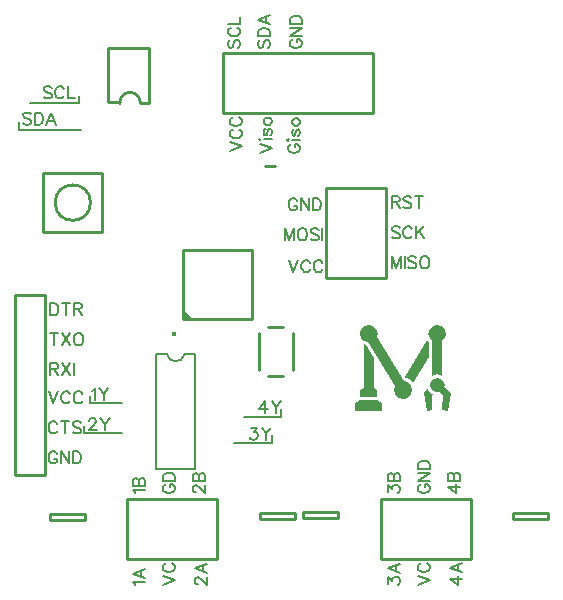
<source format=gto>
G04 DipTrace 3.0.0.1*
G04 drive-encoder-steven-version2.GTO*
%MOIN*%
G04 #@! TF.FileFunction,Legend,Top*
G04 #@! TF.Part,Single*
%ADD10C,0.009843*%
%ADD16C,0.006*%
%ADD23O,0.016422X0.016542*%
%ADD27C,0.005906*%
%ADD60C,0.006176*%
%FSLAX26Y26*%
G04*
G70*
G90*
G75*
G01*
G04 TopSilk*
%LPD*%
X1259831Y1802572D2*
D10*
X1291327D1*
X541356Y623237D2*
X659492D1*
Y642882D1*
X541356D1*
Y623237D1*
X1241436Y628519D2*
X1359572D1*
Y648164D1*
X1241436D1*
Y628519D1*
X2085268D2*
X2203404D1*
Y648164D1*
X2085268D1*
Y628519D1*
X1385194Y629488D2*
X1503331D1*
Y649133D1*
X1385194D1*
Y629488D1*
X425236Y775285D2*
X525238D1*
Y1375230D1*
X425236D1*
Y775285D1*
X1100587Y494045D2*
X800587D1*
Y694045D1*
X1100587D1*
Y494045D1*
X1944425D2*
X1644425D1*
Y694045D1*
X1944425D1*
Y494045D1*
X1463089Y1431597D2*
X1663089D1*
Y1731597D1*
X1463089D1*
Y1431597D1*
X1119000Y2181503D2*
X1619000D1*
Y1981503D1*
X1119000D1*
Y2181503D1*
X519799Y1583441D2*
X716637D1*
Y1780326D1*
X519799D1*
Y1583441D1*
X559171Y1681883D2*
G02X559171Y1681883I59046J0D01*
G01*
X986103Y1295300D2*
X1214466D1*
Y1523624D1*
X986103D1*
Y1295300D1*
D23*
X954988Y1243647D3*
G36*
X986103Y1295300D2*
X1017596D1*
X986103Y1326793D1*
Y1295300D1*
G37*
X735789Y2016930D2*
D10*
X776723D1*
X736966Y2017920D2*
Y2198233D1*
X873175D1*
Y2015746D1*
X841107D1*
X843268Y2014756D2*
G03X774562Y2012601I-34403J505D01*
G01*
X1026455Y1176480D2*
D27*
Y792622D1*
X896530D1*
Y1176480D1*
X1026455D2*
X991031D1*
X896530D2*
X931953D1*
X991031D2*
G02X931953Y1176480I-29539J6677D01*
G01*
G36*
X1559407Y988596D2*
Y1012596D1*
X1576407Y1022596D1*
X1633407D1*
X1650407Y1012596D1*
Y988596D1*
D1*
X1559407D1*
G37*
G36*
X1576407Y1034596D2*
Y1056596D1*
X1587407Y1063596D1*
Y1209596D1*
X1595407Y1207596D1*
X1622407Y1164596D1*
Y1063596D1*
X1633407Y1056596D1*
Y1034596D1*
X1576407D1*
G37*
G36*
X1602407Y1216596D2*
X1590407Y1220596D1*
X1579407Y1230596D1*
X1575407Y1245596D1*
X1579407Y1260596D1*
X1590407Y1271596D1*
X1604407Y1275596D1*
X1619407Y1271596D1*
X1630407Y1260596D1*
X1634407Y1245596D1*
X1631407Y1234596D1*
X1722407Y1086596D1*
X1734407Y1082596D1*
X1745407Y1071596D1*
X1749407Y1056596D1*
X1745407Y1042596D1*
X1734407Y1031596D1*
X1719407Y1027596D1*
X1704407Y1031596D1*
X1693407Y1042596D1*
X1689407Y1057596D1*
X1692407Y1069596D1*
X1602407Y1216596D1*
G37*
G36*
X1725407Y1101596D2*
X1728407Y1096596D1*
X1741407Y1092596D1*
X1752407Y1079596D1*
X1805407Y1167596D1*
Y1218596D1*
X1799407Y1223596D1*
D1*
X1725407Y1101596D1*
G37*
G36*
X1816407Y1222596D2*
X1808407Y1230596D1*
X1803407Y1245596D1*
X1807407Y1260596D1*
X1818407Y1271596D1*
X1833407Y1275596D1*
X1848407Y1271596D1*
X1859407Y1260596D1*
X1863407Y1245596D1*
X1859407Y1231596D1*
X1850407Y1222596D1*
Y1105596D1*
X1833407Y1110596D1*
X1816407Y1105596D1*
Y1222596D1*
G37*
G36*
X1802407Y1062596D2*
X1803407Y1057596D1*
X1815407Y1044596D1*
X1819407Y1043596D1*
X1816407Y1040596D1*
Y991596D1*
X1799407Y988596D1*
X1787407Y1048596D1*
X1802407Y1062596D1*
G37*
G36*
X1813407Y1086596D2*
X1810407Y1074596D1*
X1813407Y1062596D1*
X1822407Y1053596D1*
X1833407Y1050596D1*
X1839407Y1052596D1*
X1851407Y1039596D1*
X1850407Y991596D1*
X1868407Y988596D1*
X1879407Y1048596D1*
X1856407Y1071596D1*
X1857407Y1075596D1*
X1854407Y1085596D1*
X1845407Y1094596D1*
X1833407Y1097596D1*
X1821407Y1094596D1*
X1813407Y1086596D1*
G37*
X1269365Y1103841D2*
D10*
X1319360D1*
X1269365Y1266341D2*
X1319360D1*
X1238112Y1122593D2*
Y1247588D1*
X1350612Y1122593D2*
Y1247588D1*
X438022Y1925429D2*
D16*
X644294D1*
X475526Y2012938D2*
X638043D1*
X438022Y1950432D2*
Y1925429D1*
X638043Y2037941D2*
Y2012938D1*
X656795Y912823D2*
X781808D1*
X656795Y937825D2*
Y912823D1*
X675547Y1012833D2*
X781808D1*
X675547Y1037836D2*
Y1012833D1*
X1281861Y881570D2*
X1156848D1*
X1281861Y906572D2*
Y881570D1*
X1313114Y969079D2*
X1188101D1*
X1313114Y994081D2*
Y969079D1*
X1141328Y2224440D2*
D60*
X1137481Y2220638D1*
X1135580Y2214890D1*
Y2207241D1*
X1137481Y2201492D1*
X1141328Y2197646D1*
X1145131D1*
X1148977Y2199591D1*
X1150879Y2201492D1*
X1152780Y2205295D1*
X1156627Y2216791D1*
X1158528Y2220638D1*
X1160474Y2222539D1*
X1164276Y2224440D1*
X1170024D1*
X1173827Y2220638D1*
X1175772Y2214890D1*
Y2207240D1*
X1173827Y2201492D1*
X1170024Y2197646D1*
X1145131Y2265488D2*
X1141328Y2263586D1*
X1137481Y2259740D1*
X1135580Y2255937D1*
Y2248288D1*
X1137481Y2244441D1*
X1141328Y2240638D1*
X1145131Y2238693D1*
X1150879Y2236792D1*
X1160474D1*
X1166177Y2238693D1*
X1170024Y2240638D1*
X1173827Y2244441D1*
X1175772Y2248288D1*
Y2255937D1*
X1173827Y2259740D1*
X1170024Y2263586D1*
X1166177Y2265488D1*
X1135580Y2277839D2*
X1175772D1*
Y2300787D1*
X1241328Y2224442D2*
X1237481Y2220639D1*
X1235580Y2214891D1*
Y2207242D1*
X1237481Y2201494D1*
X1241328Y2197647D1*
X1245131D1*
X1248977Y2199593D1*
X1250879Y2201494D1*
X1252780Y2205296D1*
X1256627Y2216792D1*
X1258528Y2220639D1*
X1260474Y2222540D1*
X1264276Y2224442D1*
X1270024D1*
X1273827Y2220639D1*
X1275772Y2214891D1*
Y2207242D1*
X1273827Y2201494D1*
X1270024Y2197647D1*
X1235580Y2236793D2*
X1275772D1*
Y2250190D1*
X1273827Y2255938D1*
X1270024Y2259785D1*
X1266177Y2261686D1*
X1260474Y2263588D1*
X1250879D1*
X1245131Y2261686D1*
X1241328Y2259785D1*
X1237481Y2255938D1*
X1235580Y2250190D1*
Y2236793D1*
X1275772Y2306580D2*
X1235580Y2291238D1*
X1275772Y2275939D1*
X1262375Y2281687D2*
Y2300832D1*
X1241831Y1847646D2*
X1282023Y1862944D1*
X1241831Y1878243D1*
Y1890594D2*
X1243732Y1892496D1*
X1241831Y1894441D1*
X1239885Y1892496D1*
X1241831Y1890594D1*
X1255228Y1892496D2*
X1282023Y1892495D1*
X1260976Y1927839D2*
X1257129Y1925938D1*
X1255228Y1920190D1*
Y1914442D1*
X1257129Y1908694D1*
X1260976Y1906792D1*
X1264779Y1908694D1*
X1266724Y1912540D1*
X1268625Y1922091D1*
X1270527Y1925938D1*
X1274373Y1927839D1*
X1276275D1*
X1280077Y1925938D1*
X1282023Y1920190D1*
Y1914442D1*
X1280077Y1908694D1*
X1276275Y1906792D1*
X1255228Y1949741D2*
X1257129Y1945938D1*
X1260976Y1942092D1*
X1266724Y1940190D1*
X1270527D1*
X1276275Y1942092D1*
X1280077Y1945938D1*
X1282023Y1949741D1*
Y1955489D1*
X1280077Y1959336D1*
X1276275Y1963138D1*
X1270527Y1965084D1*
X1266724D1*
X1260976Y1963138D1*
X1257129Y1959336D1*
X1255228Y1955489D1*
Y1949741D1*
X1351380Y2226342D2*
X1347578Y2224440D1*
X1343731Y2220594D1*
X1341829Y2216791D1*
Y2209142D1*
X1343731Y2205295D1*
X1347577Y2201492D1*
X1351380Y2199547D1*
X1357128Y2197646D1*
X1366723D1*
X1372427Y2199547D1*
X1376273Y2201492D1*
X1380076Y2205295D1*
X1382021Y2209142D1*
Y2216791D1*
X1380076Y2220594D1*
X1376273Y2224440D1*
X1372427Y2226342D1*
X1366723D1*
Y2216791D1*
X1341829Y2265488D2*
X1382021D1*
X1341829Y2238693D1*
X1382021D1*
X1341829Y2277839D2*
X1382021D1*
Y2291236D1*
X1380076Y2296984D1*
X1376273Y2300831D1*
X1372427Y2302732D1*
X1366723Y2304634D1*
X1357128D1*
X1351380Y2302732D1*
X1347578Y2300831D1*
X1343731Y2296984D1*
X1341829Y2291236D1*
Y2277839D1*
X1345131Y1876342D2*
X1341328Y1874440D1*
X1337481Y1870594D1*
X1335580Y1866791D1*
Y1859142D1*
X1337481Y1855295D1*
X1341328Y1851492D1*
X1345131Y1849547D1*
X1350879Y1847646D1*
X1360473D1*
X1366177Y1849547D1*
X1370024Y1851492D1*
X1373827Y1855295D1*
X1375772Y1859142D1*
Y1866791D1*
X1373827Y1870594D1*
X1370024Y1874440D1*
X1366177Y1876342D1*
X1360474D1*
Y1866791D1*
X1335580Y1888693D2*
X1337481Y1890594D1*
X1335580Y1892540D1*
X1333635Y1890594D1*
X1335580Y1888693D1*
X1348977Y1890594D2*
X1375772D1*
X1354725Y1925938D2*
X1350879Y1924036D1*
X1348977Y1918288D1*
Y1912540D1*
X1350879Y1906792D1*
X1354726Y1904891D1*
X1358528Y1906792D1*
X1360474Y1910639D1*
X1362375Y1920190D1*
X1364276Y1924036D1*
X1368123Y1925938D1*
X1370024D1*
X1373827Y1924036D1*
X1375772Y1918288D1*
Y1912540D1*
X1373827Y1906792D1*
X1370024Y1904891D1*
X1348977Y1947840D2*
X1350879Y1944037D1*
X1354725Y1940190D1*
X1360474Y1938289D1*
X1364276D1*
X1370024Y1940190D1*
X1373827Y1944037D1*
X1375772Y1947840D1*
Y1953588D1*
X1373827Y1957434D1*
X1370024Y1961237D1*
X1364276Y1963183D1*
X1360474D1*
X1354725Y1961237D1*
X1350879Y1957435D1*
X1348977Y1953588D1*
Y1947840D1*
X1141831Y1853896D2*
X1182023Y1869195D1*
X1141831Y1884494D1*
X1151381Y1925541D2*
X1147579Y1923640D1*
X1143732Y1919793D1*
X1141831Y1915990D1*
Y1908341D1*
X1143732Y1904494D1*
X1147579Y1900692D1*
X1151381Y1898746D1*
X1157129Y1896845D1*
X1166724D1*
X1172428Y1898746D1*
X1176275Y1900692D1*
X1180077Y1904494D1*
X1182023Y1908341D1*
Y1915990D1*
X1180077Y1919793D1*
X1176275Y1923640D1*
X1172428Y1925541D1*
X1151381Y1966588D2*
X1147579Y1964687D1*
X1143732Y1960840D1*
X1141831Y1957038D1*
Y1949388D1*
X1143732Y1945542D1*
X1147579Y1941739D1*
X1151381Y1939793D1*
X1157129Y1937892D1*
X1166724D1*
X1172428Y1939793D1*
X1176275Y1941739D1*
X1180077Y1945542D1*
X1182023Y1949388D1*
Y1957038D1*
X1180077Y1960840D1*
X1176275Y1964687D1*
X1172428Y1966588D1*
X547695Y2063849D2*
X543892Y2067696D1*
X538144Y2069597D1*
X530495D1*
X524747Y2067696D1*
X520900Y2063849D1*
Y2060047D1*
X522846Y2056200D1*
X524747Y2054298D1*
X528549Y2052397D1*
X540046Y2048550D1*
X543892Y2046649D1*
X545794Y2044704D1*
X547695Y2040901D1*
Y2035153D1*
X543892Y2031351D1*
X538144Y2029405D1*
X530495D1*
X524747Y2031351D1*
X520900Y2035153D1*
X588742Y2060047D2*
X586841Y2063849D1*
X582994Y2067696D1*
X579192Y2069597D1*
X571542D1*
X567696Y2067696D1*
X563893Y2063849D1*
X561948Y2060047D1*
X560046Y2054298D1*
Y2044704D1*
X561948Y2039000D1*
X563893Y2035153D1*
X567696Y2031351D1*
X571542Y2029405D1*
X579192D1*
X582994Y2031351D1*
X586841Y2035153D1*
X588742Y2039000D1*
X601094Y2069597D2*
Y2029405D1*
X624042D1*
X478938Y1976340D2*
X475135Y1980187D1*
X469387Y1982088D1*
X461738D1*
X455990Y1980187D1*
X452143Y1976340D1*
Y1972537D1*
X454088Y1968691D1*
X455990Y1966789D1*
X459792Y1964888D1*
X471288Y1961041D1*
X475135Y1959140D1*
X477036Y1957195D1*
X478938Y1953392D1*
Y1947644D1*
X475135Y1943841D1*
X469387Y1941896D1*
X461738D1*
X455990Y1943841D1*
X452143Y1947644D1*
X491289Y1982088D2*
Y1941896D1*
X504686D1*
X510434Y1943841D1*
X514281Y1947644D1*
X516182Y1951491D1*
X518084Y1957195D1*
Y1966789D1*
X516182Y1972537D1*
X514281Y1976340D1*
X510434Y1980187D1*
X504686Y1982088D1*
X491289D1*
X561077Y1941896D2*
X545734Y1982088D1*
X530435Y1941896D1*
X536183Y1955293D2*
X555328D1*
X1212319Y931933D2*
X1233322D1*
X1221870Y916635D1*
X1227618D1*
X1231420Y914734D1*
X1233322Y912832D1*
X1235267Y907084D1*
Y903282D1*
X1233322Y897534D1*
X1229519Y893687D1*
X1223771Y891786D1*
X1218023D1*
X1212319Y893687D1*
X1210418Y895632D1*
X1208472Y899435D1*
X1247618Y931978D2*
X1262917Y912832D1*
Y891786D1*
X1278216Y931978D2*
X1262917Y912832D1*
X1258871Y979295D2*
Y1019443D1*
X1239726Y992692D1*
X1268422D1*
X1280773Y1019487D2*
X1296072Y1000341D1*
Y979295D1*
X1311370Y1019487D2*
X1296072Y1000341D1*
X672861Y953636D2*
Y955537D1*
X674763Y959384D1*
X676664Y961285D1*
X680511Y963187D1*
X688160D1*
X691963Y961285D1*
X693864Y959384D1*
X695809Y955537D1*
Y951735D1*
X693864Y947888D1*
X690061Y942184D1*
X670916Y923039D1*
X697711D1*
X710062Y963231D2*
X725361Y944086D1*
Y923039D1*
X740659Y963231D2*
X725361Y944086D1*
X683417Y1055548D2*
X687264Y1057493D1*
X693012Y1063197D1*
Y1023049D1*
X705363Y1063241D2*
X720662Y1044096D1*
Y1023049D1*
X735961Y1063241D2*
X720662Y1044096D1*
X1668581Y718279D2*
Y739281D1*
X1683880Y727829D1*
Y733577D1*
X1685781Y737380D1*
X1687682Y739281D1*
X1693430Y741226D1*
X1697233D1*
X1702981Y739281D1*
X1706828Y735478D1*
X1708729Y729730D1*
Y723982D1*
X1706828Y718279D1*
X1704882Y716377D1*
X1701079Y714432D1*
X1668537Y753578D2*
X1708729D1*
Y770822D1*
X1706783Y776570D1*
X1704882Y778471D1*
X1701080Y780372D1*
X1695331D1*
X1691485Y778471D1*
X1689583Y776570D1*
X1687682Y770822D1*
X1685737Y776570D1*
X1683835Y778471D1*
X1680033Y780372D1*
X1676186D1*
X1672384Y778471D1*
X1670438Y776570D1*
X1668537Y770822D1*
Y753578D1*
X1687682D2*
Y770822D1*
X1778098Y743128D2*
X1774295Y741226D1*
X1770449Y737380D1*
X1768547Y733577D1*
Y725928D1*
X1770449Y722081D1*
X1774295Y718279D1*
X1778098Y716333D1*
X1783846Y714432D1*
X1793441D1*
X1799144Y716333D1*
X1802991Y718279D1*
X1806794Y722081D1*
X1808739Y725928D1*
Y733577D1*
X1806794Y737380D1*
X1802991Y741226D1*
X1799145Y743128D1*
X1793441D1*
Y733577D1*
X1768547Y782274D2*
X1808739D1*
X1768547Y755479D1*
X1808739D1*
X1768547Y794625D2*
X1808739D1*
Y808022D1*
X1806794Y813770D1*
X1802991Y817617D1*
X1799145Y819518D1*
X1793441Y821420D1*
X1783846D1*
X1778098Y819519D1*
X1774295Y817617D1*
X1770449Y813770D1*
X1768547Y808022D1*
Y794625D1*
X1908750Y733577D2*
X1868602D1*
X1895352Y714432D1*
X1895353Y743128D1*
X1868558Y755479D2*
X1908750D1*
Y772723D1*
X1906804Y778471D1*
X1904903Y780372D1*
X1901101Y782274D1*
X1895352D1*
X1891506Y780372D1*
X1889604Y778471D1*
X1887703Y772723D1*
X1885758Y778471D1*
X1883856Y780372D1*
X1880054Y782274D1*
X1876207D1*
X1872405Y780372D1*
X1870459Y778471D1*
X1868558Y772723D1*
Y755479D1*
X1887703D2*
Y772723D1*
X1668581Y411996D2*
Y432999D1*
X1683880Y421547D1*
Y427295D1*
X1685781Y431098D1*
X1687682Y432999D1*
X1693430Y434944D1*
X1697233D1*
X1702981Y432999D1*
X1706828Y429196D1*
X1708729Y423448D1*
Y417700D1*
X1706828Y411996D1*
X1704882Y410095D1*
X1701079Y408150D1*
X1708729Y477937D2*
X1668537Y462594D1*
X1708729Y447296D1*
X1695331Y453044D2*
Y472189D1*
X1768547Y408150D2*
X1808739Y423448D1*
X1768547Y438747D1*
X1778098Y479794D2*
X1774295Y477893D1*
X1770449Y474046D1*
X1768547Y470244D1*
Y462594D1*
X1770449Y458748D1*
X1774295Y454945D1*
X1778098Y452999D1*
X1783846Y451098D1*
X1793441D1*
X1799145Y452999D1*
X1802991Y454945D1*
X1806794Y458747D1*
X1808739Y462594D1*
Y470244D1*
X1806794Y474046D1*
X1802991Y477893D1*
X1799145Y479794D1*
X1915000Y427295D2*
X1874853D1*
X1901603Y408150D1*
Y436846D1*
X1915000Y479838D2*
X1874808Y464496D1*
X1915000Y449197D1*
X1901603Y454945D2*
Y474090D1*
X826141Y714432D2*
X824196Y718279D1*
X818492Y724027D1*
X858640D1*
X818448Y736378D2*
X858640D1*
Y753622D1*
X856694Y759370D1*
X854793Y761271D1*
X850990Y763173D1*
X845242D1*
X841396Y761271D1*
X839494Y759370D1*
X837593Y753622D1*
X835647Y759370D1*
X833746Y761271D1*
X829944Y763173D1*
X826097D1*
X822294Y761271D1*
X820349Y759370D1*
X818448Y753622D1*
Y736378D1*
X837593D2*
Y753622D1*
X928009Y743128D2*
X924206Y741226D1*
X920359Y737380D1*
X918458Y733577D1*
Y725928D1*
X920359Y722081D1*
X924206Y718279D1*
X928009Y716333D1*
X933757Y714432D1*
X943351D1*
X949055Y716333D1*
X952902Y718279D1*
X956705Y722081D1*
X958650Y725928D1*
Y733577D1*
X956705Y737380D1*
X952902Y741226D1*
X949055Y743128D1*
X943351D1*
Y733577D1*
X918458Y755479D2*
X958650D1*
Y768876D1*
X956705Y774624D1*
X952902Y778471D1*
X949055Y780372D1*
X943351Y782274D1*
X933757D1*
X928009Y780372D1*
X924206Y778471D1*
X920359Y774624D1*
X918458Y768876D1*
Y755479D1*
X1028063Y716377D2*
X1026162D1*
X1022315Y718279D1*
X1020414Y720180D1*
X1018513Y724027D1*
Y731676D1*
X1020414Y735478D1*
X1022315Y737380D1*
X1026162Y739325D1*
X1029965D1*
X1033811Y737380D1*
X1039515Y733577D1*
X1058661Y714432D1*
Y741226D1*
X1018469Y753578D2*
X1058661D1*
Y770822D1*
X1056715Y776570D1*
X1054814Y778471D1*
X1051011Y780372D1*
X1045263D1*
X1041416Y778471D1*
X1039515Y776570D1*
X1037614Y770822D1*
X1035668Y776570D1*
X1033767Y778471D1*
X1029965Y780372D1*
X1026118D1*
X1022315Y778471D1*
X1020370Y776570D1*
X1018469Y770822D1*
Y753578D1*
X1037614D2*
Y770822D1*
X826141Y408150D2*
X824196Y411996D1*
X818492Y417744D1*
X858640D1*
Y460737D2*
X818448Y445394D1*
X858640Y430096D1*
X845242Y435844D2*
Y454989D1*
X918458Y408150D2*
X958650Y423448D1*
X918458Y438747D1*
X928009Y479794D2*
X924206Y477893D1*
X920359Y474046D1*
X918458Y470244D1*
Y462594D1*
X920359Y458748D1*
X924206Y454945D1*
X928009Y452999D1*
X933757Y451098D1*
X943351D1*
X949055Y452999D1*
X952902Y454945D1*
X956705Y458747D1*
X958650Y462594D1*
Y470244D1*
X956705Y474046D1*
X952902Y477893D1*
X949055Y479794D1*
X1034314Y410095D2*
X1032413D1*
X1028566Y411996D1*
X1026665Y413898D1*
X1024763Y417744D1*
Y425394D1*
X1026665Y429196D1*
X1028566Y431098D1*
X1032413Y433043D1*
X1036215D1*
X1040062Y431098D1*
X1045766Y427295D1*
X1064911Y408150D1*
Y434944D1*
Y477937D2*
X1024719Y462594D1*
X1064911Y447296D1*
X1051514Y453044D2*
Y472189D1*
X1681303Y1683882D2*
X1698503D1*
X1704251Y1685828D1*
X1706196Y1687729D1*
X1708098Y1691531D1*
Y1695378D1*
X1706196Y1699181D1*
X1704251Y1701126D1*
X1698503Y1703028D1*
X1681303D1*
Y1662836D1*
X1694700Y1683882D2*
X1708098Y1662836D1*
X1747244Y1697280D2*
X1743441Y1701126D1*
X1737693Y1703028D1*
X1730044D1*
X1724296Y1701126D1*
X1720449Y1697280D1*
Y1693477D1*
X1722395Y1689630D1*
X1724296Y1687729D1*
X1728098Y1685828D1*
X1739595Y1681981D1*
X1743441Y1680080D1*
X1745343Y1678134D1*
X1747244Y1674332D1*
Y1668584D1*
X1743441Y1664781D1*
X1737693Y1662836D1*
X1730044D1*
X1724296Y1664781D1*
X1720449Y1668584D1*
X1772993Y1703028D2*
Y1662836D1*
X1759595Y1703028D2*
X1786390D1*
X1708098Y1597269D2*
X1704295Y1601116D1*
X1698547Y1603017D1*
X1690898D1*
X1685150Y1601116D1*
X1681303Y1597269D1*
Y1593466D1*
X1683249Y1589620D1*
X1685150Y1587718D1*
X1688952Y1585817D1*
X1700448Y1581970D1*
X1704295Y1580069D1*
X1706196Y1578124D1*
X1708098Y1574321D1*
Y1568573D1*
X1704295Y1564771D1*
X1698547Y1562825D1*
X1690898D1*
X1685150Y1564771D1*
X1681303Y1568573D1*
X1749145Y1593466D2*
X1747244Y1597269D1*
X1743397Y1601116D1*
X1739595Y1603017D1*
X1731945D1*
X1728098Y1601116D1*
X1724296Y1597269D1*
X1722350Y1593466D1*
X1720449Y1587718D1*
Y1578124D1*
X1722350Y1572420D1*
X1724296Y1568573D1*
X1728098Y1564771D1*
X1731945Y1562825D1*
X1739595D1*
X1743397Y1564771D1*
X1747244Y1568573D1*
X1749145Y1572420D1*
X1761496Y1603017D2*
Y1562825D1*
X1788291Y1603017D2*
X1761496Y1576222D1*
X1771047Y1585817D2*
X1788291Y1562825D1*
X1711900Y1462815D2*
Y1503007D1*
X1696602Y1462815D1*
X1681303Y1503007D1*
Y1462815D1*
X1724252Y1503007D2*
Y1462815D1*
X1763398Y1497259D2*
X1759595Y1501105D1*
X1753847Y1503007D1*
X1746198D1*
X1740450Y1501105D1*
X1736603Y1497259D1*
Y1493456D1*
X1738549Y1489609D1*
X1740450Y1487708D1*
X1744252Y1485807D1*
X1755748Y1481960D1*
X1759595Y1480059D1*
X1761496Y1478113D1*
X1763398Y1474311D1*
Y1468563D1*
X1759595Y1464760D1*
X1753847Y1462815D1*
X1746198D1*
X1740450Y1464760D1*
X1736603Y1468563D1*
X1787245Y1503007D2*
X1783398Y1501105D1*
X1779596Y1497259D1*
X1777650Y1493456D1*
X1775749Y1487708D1*
Y1478113D1*
X1777650Y1472409D1*
X1779596Y1468563D1*
X1783398Y1464760D1*
X1787245Y1462815D1*
X1794895D1*
X1798697Y1464760D1*
X1802544Y1468563D1*
X1804445Y1472409D1*
X1806346Y1478113D1*
Y1487708D1*
X1804445Y1493456D1*
X1802544Y1497259D1*
X1798697Y1501105D1*
X1794895Y1503007D1*
X1787245D1*
X1366213Y1687226D2*
X1364312Y1691029D1*
X1360465Y1694876D1*
X1356662Y1696777D1*
X1349013D1*
X1345166Y1694876D1*
X1341364Y1691029D1*
X1339418Y1687226D1*
X1337517Y1681478D1*
Y1671883D1*
X1339418Y1666180D1*
X1341364Y1662333D1*
X1345166Y1658530D1*
X1349013Y1656585D1*
X1356662D1*
X1360465Y1658530D1*
X1364312Y1662333D1*
X1366213Y1666180D1*
Y1671883D1*
X1356662D1*
X1405359Y1696777D2*
Y1656585D1*
X1378564Y1696777D1*
Y1656585D1*
X1417710Y1696777D2*
Y1656585D1*
X1431108D1*
X1436856Y1658530D1*
X1440703Y1662333D1*
X1442604Y1666180D1*
X1444505Y1671883D1*
Y1681478D1*
X1442604Y1687226D1*
X1440703Y1691029D1*
X1436856Y1694876D1*
X1431108Y1696777D1*
X1417710D1*
X1355613Y1556574D2*
Y1596766D1*
X1340314Y1556574D1*
X1325016Y1596766D1*
Y1556574D1*
X1379460Y1596766D2*
X1375614Y1594865D1*
X1371811Y1591018D1*
X1369866Y1587216D1*
X1367964Y1581468D1*
Y1571873D1*
X1369866Y1566169D1*
X1371811Y1562322D1*
X1375614Y1558520D1*
X1379460Y1556574D1*
X1387110D1*
X1390912Y1558520D1*
X1394759Y1562322D1*
X1396660Y1566169D1*
X1398561Y1571873D1*
Y1581468D1*
X1396660Y1587216D1*
X1394759Y1591018D1*
X1390912Y1594865D1*
X1387110Y1596766D1*
X1379460D1*
X1437708Y1591018D2*
X1433905Y1594865D1*
X1428157Y1596766D1*
X1420508D1*
X1414760Y1594865D1*
X1410913Y1591018D1*
Y1587216D1*
X1412858Y1583369D1*
X1414760Y1581468D1*
X1418562Y1579567D1*
X1430058Y1575720D1*
X1433905Y1573818D1*
X1435806Y1571873D1*
X1437708Y1568070D1*
Y1562322D1*
X1433905Y1558520D1*
X1428157Y1556574D1*
X1420508D1*
X1414760Y1558520D1*
X1410913Y1562322D1*
X1450059Y1596766D2*
Y1556574D1*
X1337517Y1490505D2*
X1352816Y1450313D1*
X1368114Y1490505D1*
X1409162Y1480955D2*
X1407260Y1484757D1*
X1403414Y1488604D1*
X1399611Y1490505D1*
X1391962D1*
X1388115Y1488604D1*
X1384312Y1484757D1*
X1382367Y1480955D1*
X1380466Y1475207D1*
Y1465612D1*
X1382367Y1459908D1*
X1384312Y1456061D1*
X1388115Y1452259D1*
X1391962Y1450313D1*
X1399611D1*
X1403414Y1452259D1*
X1407260Y1456061D1*
X1409162Y1459908D1*
X1450209Y1480955D2*
X1448308Y1484757D1*
X1444461Y1488604D1*
X1440658Y1490505D1*
X1433009D1*
X1429162Y1488604D1*
X1425360Y1484757D1*
X1423414Y1480955D1*
X1421513Y1475207D1*
Y1465612D1*
X1423414Y1459908D1*
X1425360Y1456061D1*
X1429162Y1452259D1*
X1433009Y1450313D1*
X1440658D1*
X1444461Y1452259D1*
X1448308Y1456061D1*
X1450209Y1459908D1*
X543684Y1346740D2*
Y1306548D1*
X557081D1*
X562829Y1308494D1*
X566676Y1312296D1*
X568577Y1316143D1*
X570478Y1321847D1*
Y1331442D1*
X568577Y1337190D1*
X566676Y1340992D1*
X562829Y1344839D1*
X557081Y1346740D1*
X543684D1*
X596227D2*
Y1306548D1*
X582830Y1346740D2*
X609624D1*
X621976Y1327595D2*
X639176D1*
X644924Y1329540D1*
X646869Y1331442D1*
X648770Y1335244D1*
Y1339091D1*
X646869Y1342893D1*
X644924Y1344839D1*
X639176Y1346740D1*
X621976D1*
Y1306548D1*
X635373Y1327595D2*
X648770Y1306548D1*
X557081Y1246730D2*
Y1206538D1*
X543684Y1246730D2*
X570478D1*
X582830D2*
X609624Y1206538D1*
Y1246730D2*
X582830Y1206538D1*
X633472Y1246730D2*
X629625Y1244828D1*
X625823Y1240982D1*
X623877Y1237179D1*
X621976Y1231431D1*
Y1221836D1*
X623877Y1216132D1*
X625823Y1212286D1*
X629625Y1208483D1*
X633472Y1206538D1*
X641121D1*
X644924Y1208483D1*
X648770Y1212286D1*
X650672Y1216132D1*
X652573Y1221836D1*
Y1231431D1*
X650672Y1237179D1*
X648770Y1240982D1*
X644924Y1244828D1*
X641121Y1246730D1*
X633472D1*
X543684Y1127574D2*
X560884D1*
X566632Y1129519D1*
X568577Y1131421D1*
X570478Y1135223D1*
Y1139070D1*
X568577Y1142872D1*
X566632Y1144818D1*
X560884Y1146719D1*
X543684D1*
Y1106527D1*
X557081Y1127574D2*
X570478Y1106527D1*
X582830Y1146719D2*
X609624Y1106527D1*
Y1146719D2*
X582830Y1106527D1*
X621976Y1146719D2*
Y1106527D1*
X537433Y1052959D2*
X552732Y1012767D1*
X568030Y1052959D1*
X609078Y1043409D2*
X607176Y1047211D1*
X603330Y1051058D1*
X599527Y1052959D1*
X591878D1*
X588031Y1051058D1*
X584228Y1047211D1*
X582283Y1043409D1*
X580382Y1037661D1*
Y1028066D1*
X582283Y1022362D1*
X584228Y1018515D1*
X588031Y1014713D1*
X591878Y1012767D1*
X599527D1*
X603330Y1014713D1*
X607176Y1018515D1*
X609078Y1022362D1*
X650125Y1043409D2*
X648224Y1047211D1*
X644377Y1051058D1*
X640574Y1052959D1*
X632925D1*
X629078Y1051058D1*
X625276Y1047211D1*
X623330Y1043409D1*
X621429Y1037661D1*
Y1028066D1*
X623330Y1022362D1*
X625276Y1018515D1*
X629078Y1014713D1*
X632925Y1012767D1*
X640574D1*
X644377Y1014713D1*
X648224Y1018515D1*
X650125Y1022362D1*
X566129Y943398D2*
X564228Y947201D1*
X560381Y951048D1*
X556578Y952949D1*
X548929D1*
X545082Y951048D1*
X541280Y947201D1*
X539334Y943398D1*
X537433Y937650D1*
Y928055D1*
X539334Y922352D1*
X541280Y918505D1*
X545082Y914702D1*
X548929Y912757D1*
X556578D1*
X560381Y914702D1*
X564228Y918505D1*
X566129Y922352D1*
X591878Y952949D2*
Y912757D1*
X578480Y952949D2*
X605275D1*
X644421Y947201D2*
X640619Y951048D1*
X634870Y952949D1*
X627221D1*
X621473Y951048D1*
X617626Y947201D1*
Y943398D1*
X619572Y939551D1*
X621473Y937650D1*
X625276Y935749D1*
X636772Y931902D1*
X640619Y930001D1*
X642520Y928055D1*
X644421Y924253D1*
Y918505D1*
X640619Y914702D1*
X634870Y912757D1*
X627221D1*
X621473Y914702D1*
X617626Y918505D1*
X566129Y843388D2*
X564228Y847190D1*
X560381Y851037D1*
X556578Y852938D1*
X548929D1*
X545082Y851037D1*
X541280Y847190D1*
X539334Y843388D1*
X537433Y837640D1*
Y828045D1*
X539334Y822341D1*
X541280Y818494D1*
X545082Y814692D1*
X548929Y812746D1*
X556578D1*
X560381Y814692D1*
X564228Y818494D1*
X566129Y822341D1*
Y828045D1*
X556578D1*
X605275Y852938D2*
Y812746D1*
X578480Y852938D1*
Y812746D1*
X617626Y852938D2*
Y812746D1*
X631024D1*
X636772Y814692D1*
X640619Y818494D1*
X642520Y822341D1*
X644421Y828045D1*
Y837640D1*
X642520Y843388D1*
X640619Y847190D1*
X636772Y851037D1*
X631024Y852938D1*
X617626D1*
M02*

</source>
